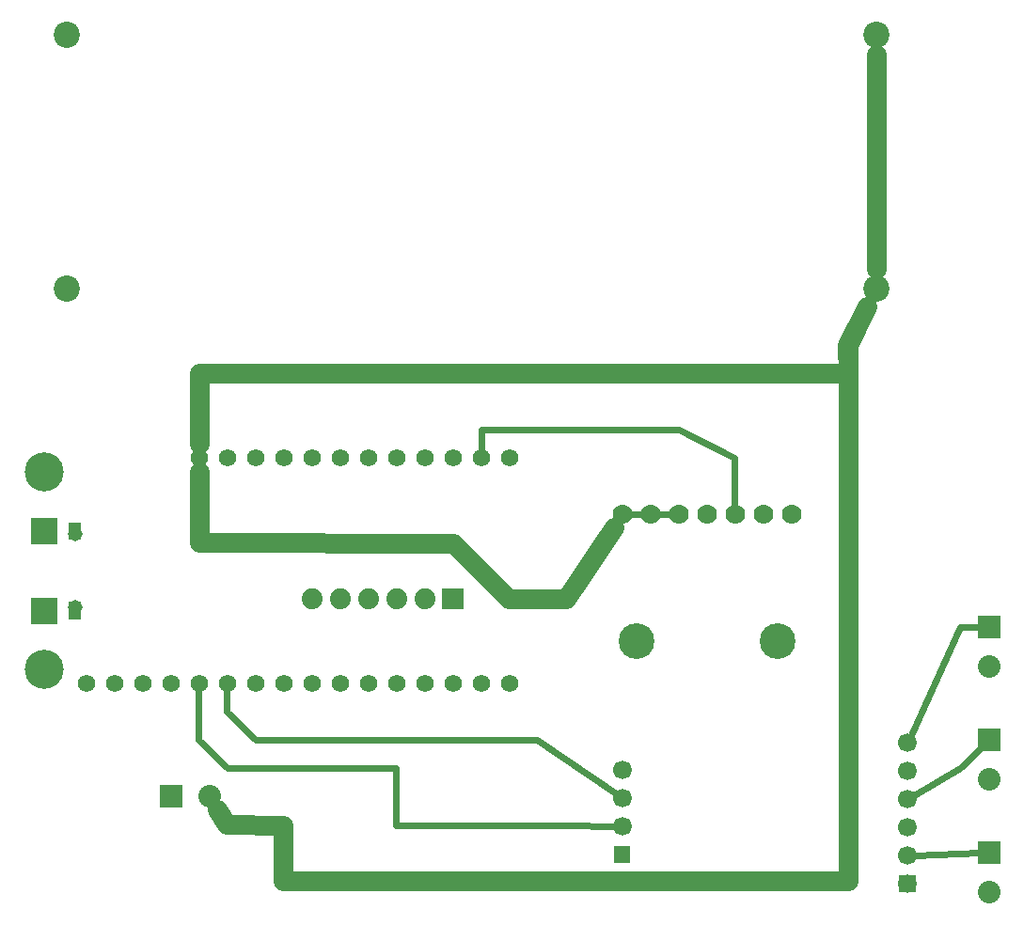
<source format=gtl>
G04 MADE WITH FRITZING*
G04 WWW.FRITZING.ORG*
G04 DOUBLE SIDED*
G04 HOLES PLATED*
G04 CONTOUR ON CENTER OF CONTOUR VECTOR*
%ASAXBY*%
%FSLAX23Y23*%
%MOIN*%
%OFA0B0*%
%SFA1.0B1.0*%
%ADD10C,0.066555*%
%ADD11C,0.049194*%
%ADD12C,0.074000*%
%ADD13C,0.126614*%
%ADD14C,0.070000*%
%ADD15C,0.080000*%
%ADD16C,0.093000*%
%ADD17C,0.138425*%
%ADD18C,0.095000*%
%ADD19C,0.051496*%
%ADD20C,0.062000*%
%ADD21R,0.080000X0.080000*%
%ADD22R,0.095000X0.095000*%
%ADD23C,0.024000*%
%ADD24R,0.001000X0.001000*%
%LNCOPPER1*%
G90*
G70*
G54D10*
X3247Y264D03*
X3247Y364D03*
X3247Y464D03*
X3247Y564D03*
X3247Y664D03*
X3247Y164D03*
X2235Y367D03*
X2235Y467D03*
G54D11*
X2235Y267D03*
G54D10*
X2235Y567D03*
G54D12*
X1635Y1173D03*
X1535Y1173D03*
X1435Y1173D03*
X1335Y1173D03*
X1235Y1173D03*
X1135Y1173D03*
X1635Y1173D03*
X1535Y1173D03*
X1435Y1173D03*
X1335Y1173D03*
X1235Y1173D03*
X1135Y1173D03*
X1635Y1173D03*
X1535Y1173D03*
X1435Y1173D03*
X1335Y1173D03*
X1235Y1173D03*
X1135Y1173D03*
G54D13*
X2785Y1023D03*
G54D14*
X2235Y1473D03*
X2335Y1473D03*
X2435Y1473D03*
X2535Y1473D03*
X2635Y1473D03*
X2735Y1473D03*
X2835Y1473D03*
G54D13*
X2285Y1023D03*
X2785Y1023D03*
G54D14*
X2235Y1473D03*
X2335Y1473D03*
X2435Y1473D03*
X2535Y1473D03*
X2635Y1473D03*
X2735Y1473D03*
X2835Y1473D03*
G54D13*
X2285Y1023D03*
G54D15*
X3535Y1073D03*
X3535Y935D03*
X3535Y1073D03*
X3535Y935D03*
X3535Y673D03*
X3535Y535D03*
X3535Y673D03*
X3535Y535D03*
X3535Y273D03*
X3535Y135D03*
X3535Y273D03*
X3535Y135D03*
X635Y473D03*
X772Y473D03*
X635Y473D03*
X772Y473D03*
G54D16*
X266Y3173D03*
X3135Y3173D03*
X266Y2273D03*
X3135Y2273D03*
G54D17*
X185Y923D03*
G54D18*
X185Y1414D03*
G54D19*
X295Y1403D03*
G54D20*
X1835Y873D03*
X1735Y873D03*
X1635Y873D03*
X1535Y873D03*
X1435Y873D03*
X1335Y873D03*
X1235Y873D03*
X1135Y873D03*
X1035Y873D03*
G54D17*
X185Y1623D03*
G54D20*
X935Y873D03*
X835Y873D03*
X735Y873D03*
X635Y873D03*
X535Y873D03*
X435Y873D03*
X335Y873D03*
X735Y1673D03*
X835Y1673D03*
X935Y1673D03*
X1035Y1673D03*
X1135Y1673D03*
X1235Y1673D03*
X1335Y1673D03*
X1435Y1673D03*
X1535Y1673D03*
X1635Y1673D03*
X1735Y1673D03*
X1835Y1673D03*
G54D19*
X295Y1143D03*
G54D18*
X185Y1131D03*
G54D21*
X3535Y1073D03*
X3535Y1073D03*
X3535Y673D03*
X3535Y673D03*
X3535Y273D03*
X3535Y273D03*
X635Y473D03*
X635Y473D03*
G54D22*
X185Y1414D03*
X185Y1131D03*
G54D23*
X2034Y371D02*
X1434Y371D01*
D02*
X3434Y572D02*
X3513Y651D01*
D02*
X3274Y265D02*
X3503Y272D01*
D02*
X3270Y478D02*
X3434Y572D01*
D02*
X1434Y371D02*
X1434Y574D01*
D02*
X1434Y574D02*
X835Y574D01*
D02*
X835Y574D02*
X734Y673D01*
D02*
X734Y673D02*
X734Y844D01*
D02*
X2208Y368D02*
X2034Y371D01*
D02*
X3434Y1073D02*
X3503Y1073D01*
D02*
X2633Y1672D02*
X2634Y1503D01*
D02*
X2436Y1773D02*
X2633Y1672D01*
D02*
X1735Y1773D02*
X2436Y1773D01*
D02*
X1735Y1701D02*
X1735Y1773D01*
D02*
X3258Y689D02*
X3434Y1073D01*
D02*
X1934Y673D02*
X2212Y482D01*
D02*
X935Y673D02*
X1934Y673D01*
D02*
X834Y774D02*
X935Y673D01*
D02*
X834Y844D02*
X834Y774D01*
G54D14*
D02*
X3035Y174D02*
X2135Y174D01*
D02*
X3036Y2072D02*
X3035Y174D01*
D02*
X834Y372D02*
X800Y427D01*
D02*
X1034Y371D02*
X834Y372D01*
D02*
X1033Y174D02*
X1034Y371D01*
D02*
X2135Y174D02*
X1033Y174D01*
D02*
X3104Y2210D02*
X3036Y2072D01*
D02*
X735Y1372D02*
X735Y1622D01*
D02*
X2035Y1173D02*
X1833Y1173D01*
D02*
X1635Y1371D02*
X735Y1372D01*
D02*
X1833Y1173D02*
X1635Y1371D01*
D02*
X2205Y1428D02*
X2035Y1173D01*
D02*
X3033Y2073D02*
X3035Y1974D01*
D02*
X3035Y1974D02*
X736Y1974D01*
D02*
X736Y1974D02*
X735Y1724D01*
D02*
X3103Y2210D02*
X3033Y2073D01*
D02*
X3135Y2342D02*
X3135Y3103D01*
G54D23*
D02*
X2304Y1473D02*
X2265Y1473D01*
D02*
X2404Y1473D02*
X2365Y1473D01*
G54D24*
X274Y1444D02*
X315Y1444D01*
X274Y1443D02*
X315Y1443D01*
X274Y1442D02*
X315Y1442D01*
X274Y1441D02*
X315Y1441D01*
X274Y1440D02*
X315Y1440D01*
X274Y1439D02*
X315Y1439D01*
X274Y1438D02*
X315Y1438D01*
X274Y1437D02*
X315Y1437D01*
X274Y1436D02*
X315Y1436D01*
X274Y1435D02*
X315Y1435D01*
X274Y1434D02*
X315Y1434D01*
X274Y1433D02*
X315Y1433D01*
X274Y1432D02*
X315Y1432D01*
X274Y1431D02*
X315Y1431D01*
X274Y1430D02*
X315Y1430D01*
X274Y1429D02*
X315Y1429D01*
X274Y1428D02*
X315Y1428D01*
X274Y1427D02*
X315Y1427D01*
X274Y1426D02*
X315Y1426D01*
X274Y1425D02*
X315Y1425D01*
X274Y1424D02*
X315Y1424D01*
X274Y1423D02*
X289Y1423D01*
X300Y1423D02*
X315Y1423D01*
X274Y1422D02*
X286Y1422D01*
X303Y1422D02*
X315Y1422D01*
X274Y1421D02*
X284Y1421D01*
X305Y1421D02*
X315Y1421D01*
X274Y1420D02*
X282Y1420D01*
X307Y1420D02*
X315Y1420D01*
X274Y1419D02*
X281Y1419D01*
X308Y1419D02*
X315Y1419D01*
X274Y1418D02*
X280Y1418D01*
X309Y1418D02*
X315Y1418D01*
X274Y1417D02*
X279Y1417D01*
X310Y1417D02*
X315Y1417D01*
X274Y1416D02*
X278Y1416D01*
X311Y1416D02*
X315Y1416D01*
X274Y1415D02*
X277Y1415D01*
X312Y1415D02*
X315Y1415D01*
X274Y1414D02*
X276Y1414D01*
X313Y1414D02*
X315Y1414D01*
X274Y1413D02*
X276Y1413D01*
X313Y1413D02*
X315Y1413D01*
X274Y1412D02*
X275Y1412D01*
X314Y1412D02*
X315Y1412D01*
X274Y1411D02*
X275Y1411D01*
X314Y1411D02*
X315Y1411D01*
X274Y1410D02*
X275Y1410D01*
X314Y1410D02*
X315Y1410D01*
X274Y1409D02*
X274Y1409D01*
X315Y1409D02*
X315Y1409D01*
X274Y1408D02*
X274Y1408D01*
X315Y1408D02*
X315Y1408D01*
X274Y1398D02*
X274Y1398D01*
X315Y1398D02*
X315Y1398D01*
X274Y1397D02*
X274Y1397D01*
X315Y1397D02*
X315Y1397D01*
X274Y1396D02*
X275Y1396D01*
X314Y1396D02*
X315Y1396D01*
X274Y1395D02*
X275Y1395D01*
X314Y1395D02*
X315Y1395D01*
X274Y1394D02*
X275Y1394D01*
X314Y1394D02*
X315Y1394D01*
X274Y1393D02*
X276Y1393D01*
X313Y1393D02*
X315Y1393D01*
X274Y1392D02*
X276Y1392D01*
X313Y1392D02*
X315Y1392D01*
X274Y1391D02*
X277Y1391D01*
X312Y1391D02*
X315Y1391D01*
X274Y1390D02*
X278Y1390D01*
X311Y1390D02*
X315Y1390D01*
X274Y1389D02*
X279Y1389D01*
X310Y1389D02*
X315Y1389D01*
X274Y1388D02*
X280Y1388D01*
X309Y1388D02*
X315Y1388D01*
X274Y1387D02*
X281Y1387D01*
X308Y1387D02*
X315Y1387D01*
X274Y1386D02*
X282Y1386D01*
X307Y1386D02*
X315Y1386D01*
X274Y1385D02*
X284Y1385D01*
X305Y1385D02*
X315Y1385D01*
X274Y1384D02*
X286Y1384D01*
X303Y1384D02*
X315Y1384D01*
X274Y1383D02*
X289Y1383D01*
X300Y1383D02*
X315Y1383D01*
X1598Y1210D02*
X1670Y1210D01*
X1598Y1209D02*
X1671Y1209D01*
X1598Y1208D02*
X1671Y1208D01*
X1598Y1207D02*
X1671Y1207D01*
X1598Y1206D02*
X1671Y1206D01*
X1598Y1205D02*
X1671Y1205D01*
X1598Y1204D02*
X1671Y1204D01*
X1598Y1203D02*
X1671Y1203D01*
X1598Y1202D02*
X1671Y1202D01*
X1598Y1201D02*
X1671Y1201D01*
X1598Y1200D02*
X1671Y1200D01*
X1598Y1199D02*
X1671Y1199D01*
X1598Y1198D02*
X1671Y1198D01*
X1598Y1197D02*
X1671Y1197D01*
X1598Y1196D02*
X1671Y1196D01*
X1598Y1195D02*
X1671Y1195D01*
X1598Y1194D02*
X1671Y1194D01*
X1598Y1193D02*
X1633Y1193D01*
X1635Y1193D02*
X1671Y1193D01*
X1598Y1192D02*
X1627Y1192D01*
X1641Y1192D02*
X1671Y1192D01*
X1598Y1191D02*
X1625Y1191D01*
X1643Y1191D02*
X1671Y1191D01*
X1598Y1190D02*
X1623Y1190D01*
X1645Y1190D02*
X1671Y1190D01*
X1598Y1189D02*
X1621Y1189D01*
X1647Y1189D02*
X1671Y1189D01*
X1598Y1188D02*
X1620Y1188D01*
X1648Y1188D02*
X1671Y1188D01*
X1598Y1187D02*
X1619Y1187D01*
X1649Y1187D02*
X1671Y1187D01*
X1598Y1186D02*
X1618Y1186D01*
X1650Y1186D02*
X1671Y1186D01*
X1598Y1185D02*
X1618Y1185D01*
X1650Y1185D02*
X1671Y1185D01*
X1598Y1184D02*
X1617Y1184D01*
X1651Y1184D02*
X1671Y1184D01*
X1598Y1183D02*
X1616Y1183D01*
X1652Y1183D02*
X1671Y1183D01*
X1598Y1182D02*
X1616Y1182D01*
X1652Y1182D02*
X1671Y1182D01*
X1598Y1181D02*
X1615Y1181D01*
X1653Y1181D02*
X1671Y1181D01*
X1598Y1180D02*
X1615Y1180D01*
X1653Y1180D02*
X1671Y1180D01*
X1598Y1179D02*
X1614Y1179D01*
X1654Y1179D02*
X1671Y1179D01*
X1598Y1178D02*
X1614Y1178D01*
X1654Y1178D02*
X1671Y1178D01*
X1598Y1177D02*
X1614Y1177D01*
X1654Y1177D02*
X1671Y1177D01*
X1598Y1176D02*
X1614Y1176D01*
X1654Y1176D02*
X1671Y1176D01*
X1598Y1175D02*
X1614Y1175D01*
X1654Y1175D02*
X1671Y1175D01*
X1598Y1174D02*
X1614Y1174D01*
X1654Y1174D02*
X1671Y1174D01*
X1598Y1173D02*
X1614Y1173D01*
X1654Y1173D02*
X1671Y1173D01*
X1598Y1172D02*
X1614Y1172D01*
X1654Y1172D02*
X1671Y1172D01*
X1598Y1171D02*
X1614Y1171D01*
X1654Y1171D02*
X1671Y1171D01*
X1598Y1170D02*
X1614Y1170D01*
X1654Y1170D02*
X1671Y1170D01*
X1598Y1169D02*
X1614Y1169D01*
X1654Y1169D02*
X1671Y1169D01*
X1598Y1168D02*
X1614Y1168D01*
X1654Y1168D02*
X1671Y1168D01*
X1598Y1167D02*
X1615Y1167D01*
X1653Y1167D02*
X1671Y1167D01*
X1598Y1166D02*
X1615Y1166D01*
X1653Y1166D02*
X1671Y1166D01*
X1598Y1165D02*
X1615Y1165D01*
X1653Y1165D02*
X1671Y1165D01*
X1598Y1164D02*
X1616Y1164D01*
X1652Y1164D02*
X1671Y1164D01*
X274Y1163D02*
X288Y1163D01*
X301Y1163D02*
X315Y1163D01*
X1598Y1163D02*
X1616Y1163D01*
X1652Y1163D02*
X1671Y1163D01*
X274Y1162D02*
X285Y1162D01*
X304Y1162D02*
X315Y1162D01*
X1598Y1162D02*
X1617Y1162D01*
X1651Y1162D02*
X1671Y1162D01*
X274Y1161D02*
X284Y1161D01*
X305Y1161D02*
X315Y1161D01*
X1598Y1161D02*
X1618Y1161D01*
X1650Y1161D02*
X1671Y1161D01*
X274Y1160D02*
X282Y1160D01*
X307Y1160D02*
X315Y1160D01*
X1598Y1160D02*
X1619Y1160D01*
X1650Y1160D02*
X1671Y1160D01*
X274Y1159D02*
X281Y1159D01*
X308Y1159D02*
X315Y1159D01*
X1598Y1159D02*
X1619Y1159D01*
X1649Y1159D02*
X1671Y1159D01*
X274Y1158D02*
X280Y1158D01*
X309Y1158D02*
X315Y1158D01*
X1598Y1158D02*
X1621Y1158D01*
X1647Y1158D02*
X1671Y1158D01*
X274Y1157D02*
X279Y1157D01*
X310Y1157D02*
X315Y1157D01*
X1598Y1157D02*
X1622Y1157D01*
X1646Y1157D02*
X1671Y1157D01*
X274Y1156D02*
X278Y1156D01*
X311Y1156D02*
X315Y1156D01*
X1598Y1156D02*
X1623Y1156D01*
X1645Y1156D02*
X1671Y1156D01*
X274Y1155D02*
X277Y1155D01*
X312Y1155D02*
X315Y1155D01*
X1598Y1155D02*
X1625Y1155D01*
X1643Y1155D02*
X1671Y1155D01*
X274Y1154D02*
X276Y1154D01*
X313Y1154D02*
X315Y1154D01*
X1598Y1154D02*
X1628Y1154D01*
X1640Y1154D02*
X1671Y1154D01*
X274Y1153D02*
X276Y1153D01*
X313Y1153D02*
X315Y1153D01*
X1598Y1153D02*
X1671Y1153D01*
X274Y1152D02*
X275Y1152D01*
X314Y1152D02*
X315Y1152D01*
X1598Y1152D02*
X1671Y1152D01*
X274Y1151D02*
X275Y1151D01*
X314Y1151D02*
X315Y1151D01*
X1598Y1151D02*
X1671Y1151D01*
X274Y1150D02*
X274Y1150D01*
X314Y1150D02*
X315Y1150D01*
X1598Y1150D02*
X1671Y1150D01*
X274Y1149D02*
X274Y1149D01*
X315Y1149D02*
X315Y1149D01*
X1598Y1149D02*
X1671Y1149D01*
X274Y1148D02*
X274Y1148D01*
X315Y1148D02*
X315Y1148D01*
X1598Y1148D02*
X1671Y1148D01*
X1598Y1147D02*
X1671Y1147D01*
X1598Y1146D02*
X1671Y1146D01*
X1598Y1145D02*
X1671Y1145D01*
X1598Y1144D02*
X1671Y1144D01*
X1598Y1143D02*
X1671Y1143D01*
X1598Y1142D02*
X1671Y1142D01*
X1598Y1141D02*
X1671Y1141D01*
X1598Y1140D02*
X1671Y1140D01*
X1598Y1139D02*
X1671Y1139D01*
X274Y1138D02*
X274Y1138D01*
X315Y1138D02*
X315Y1138D01*
X1598Y1138D02*
X1671Y1138D01*
X274Y1137D02*
X274Y1137D01*
X315Y1137D02*
X315Y1137D01*
X1598Y1137D02*
X1671Y1137D01*
X274Y1136D02*
X275Y1136D01*
X314Y1136D02*
X315Y1136D01*
X274Y1135D02*
X275Y1135D01*
X314Y1135D02*
X315Y1135D01*
X274Y1134D02*
X275Y1134D01*
X314Y1134D02*
X315Y1134D01*
X274Y1133D02*
X276Y1133D01*
X313Y1133D02*
X315Y1133D01*
X274Y1132D02*
X277Y1132D01*
X312Y1132D02*
X315Y1132D01*
X274Y1131D02*
X277Y1131D01*
X312Y1131D02*
X315Y1131D01*
X274Y1130D02*
X278Y1130D01*
X311Y1130D02*
X315Y1130D01*
X274Y1129D02*
X279Y1129D01*
X310Y1129D02*
X315Y1129D01*
X274Y1128D02*
X280Y1128D01*
X309Y1128D02*
X315Y1128D01*
X274Y1127D02*
X281Y1127D01*
X308Y1127D02*
X315Y1127D01*
X274Y1126D02*
X282Y1126D01*
X307Y1126D02*
X315Y1126D01*
X274Y1125D02*
X284Y1125D01*
X305Y1125D02*
X315Y1125D01*
X274Y1124D02*
X286Y1124D01*
X303Y1124D02*
X315Y1124D01*
X274Y1123D02*
X289Y1123D01*
X300Y1123D02*
X315Y1123D01*
X274Y1122D02*
X315Y1122D01*
X274Y1121D02*
X315Y1121D01*
X274Y1120D02*
X315Y1120D01*
X274Y1119D02*
X315Y1119D01*
X274Y1118D02*
X315Y1118D01*
X274Y1117D02*
X315Y1117D01*
X274Y1116D02*
X315Y1116D01*
X274Y1115D02*
X315Y1115D01*
X274Y1114D02*
X315Y1114D01*
X274Y1113D02*
X315Y1113D01*
X274Y1112D02*
X315Y1112D01*
X274Y1111D02*
X315Y1111D01*
X274Y1110D02*
X315Y1110D01*
X274Y1109D02*
X315Y1109D01*
X274Y1108D02*
X315Y1108D01*
X274Y1107D02*
X315Y1107D01*
X274Y1106D02*
X315Y1106D01*
X274Y1105D02*
X315Y1105D01*
X274Y1104D02*
X315Y1104D01*
X274Y1103D02*
X315Y1103D01*
X274Y1102D02*
X315Y1102D01*
X2205Y297D02*
X2263Y297D01*
X2205Y296D02*
X2263Y296D01*
X2205Y295D02*
X2263Y295D01*
X2205Y294D02*
X2263Y294D01*
X2205Y293D02*
X2263Y293D01*
X2205Y292D02*
X2263Y292D01*
X2205Y291D02*
X2263Y291D01*
X2205Y290D02*
X2263Y290D01*
X2205Y289D02*
X2263Y289D01*
X2205Y288D02*
X2263Y288D01*
X2205Y287D02*
X2263Y287D01*
X2205Y286D02*
X2233Y286D01*
X2235Y286D02*
X2263Y286D01*
X2205Y285D02*
X2228Y285D01*
X2240Y285D02*
X2263Y285D01*
X2205Y284D02*
X2225Y284D01*
X2243Y284D02*
X2263Y284D01*
X2205Y283D02*
X2223Y283D01*
X2245Y283D02*
X2263Y283D01*
X2205Y282D02*
X2222Y282D01*
X2246Y282D02*
X2263Y282D01*
X2205Y281D02*
X2221Y281D01*
X2247Y281D02*
X2263Y281D01*
X2205Y280D02*
X2220Y280D01*
X2248Y280D02*
X2263Y280D01*
X2205Y279D02*
X2219Y279D01*
X2249Y279D02*
X2263Y279D01*
X2205Y278D02*
X2218Y278D01*
X2250Y278D02*
X2263Y278D01*
X2205Y277D02*
X2218Y277D01*
X2250Y277D02*
X2263Y277D01*
X2205Y276D02*
X2217Y276D01*
X2251Y276D02*
X2263Y276D01*
X2205Y275D02*
X2217Y275D01*
X2251Y275D02*
X2263Y275D01*
X2205Y274D02*
X2216Y274D01*
X2252Y274D02*
X2263Y274D01*
X2205Y273D02*
X2216Y273D01*
X2252Y273D02*
X2263Y273D01*
X2205Y272D02*
X2216Y272D01*
X2252Y272D02*
X2263Y272D01*
X2205Y271D02*
X2215Y271D01*
X2253Y271D02*
X2263Y271D01*
X2205Y270D02*
X2215Y270D01*
X2253Y270D02*
X2263Y270D01*
X2205Y269D02*
X2215Y269D01*
X2253Y269D02*
X2263Y269D01*
X2205Y268D02*
X2215Y268D01*
X2253Y268D02*
X2263Y268D01*
X2205Y267D02*
X2215Y267D01*
X2253Y267D02*
X2263Y267D01*
X2205Y266D02*
X2215Y266D01*
X2253Y266D02*
X2263Y266D01*
X2205Y265D02*
X2215Y265D01*
X2253Y265D02*
X2263Y265D01*
X2205Y264D02*
X2215Y264D01*
X2253Y264D02*
X2263Y264D01*
X2205Y263D02*
X2216Y263D01*
X2252Y263D02*
X2263Y263D01*
X2205Y262D02*
X2216Y262D01*
X2252Y262D02*
X2263Y262D01*
X2205Y261D02*
X2216Y261D01*
X2252Y261D02*
X2263Y261D01*
X2205Y260D02*
X2217Y260D01*
X2251Y260D02*
X2263Y260D01*
X2205Y259D02*
X2217Y259D01*
X2251Y259D02*
X2263Y259D01*
X2205Y258D02*
X2218Y258D01*
X2250Y258D02*
X2263Y258D01*
X2205Y257D02*
X2218Y257D01*
X2250Y257D02*
X2263Y257D01*
X2205Y256D02*
X2219Y256D01*
X2249Y256D02*
X2263Y256D01*
X2205Y255D02*
X2220Y255D01*
X2248Y255D02*
X2263Y255D01*
X2205Y254D02*
X2221Y254D01*
X2247Y254D02*
X2263Y254D01*
X2205Y253D02*
X2222Y253D01*
X2246Y253D02*
X2263Y253D01*
X2205Y252D02*
X2223Y252D01*
X2245Y252D02*
X2263Y252D01*
X2205Y251D02*
X2225Y251D01*
X2243Y251D02*
X2263Y251D01*
X2205Y250D02*
X2228Y250D01*
X2240Y250D02*
X2263Y250D01*
X2205Y249D02*
X2263Y249D01*
X2205Y248D02*
X2263Y248D01*
X2205Y247D02*
X2263Y247D01*
X2205Y246D02*
X2263Y246D01*
X2205Y245D02*
X2263Y245D01*
X2205Y244D02*
X2263Y244D01*
X2205Y243D02*
X2263Y243D01*
X2205Y242D02*
X2263Y242D01*
X2205Y241D02*
X2263Y241D01*
X2205Y240D02*
X2263Y240D01*
X2205Y239D02*
X2263Y239D01*
X2205Y238D02*
X2263Y238D01*
X3217Y194D02*
X3276Y194D01*
X3217Y193D02*
X3276Y193D01*
X3217Y192D02*
X3276Y192D01*
X3217Y191D02*
X3276Y191D01*
X3217Y190D02*
X3276Y190D01*
X3217Y189D02*
X3276Y189D01*
X3217Y188D02*
X3276Y188D01*
X3217Y187D02*
X3276Y187D01*
X3217Y186D02*
X3276Y186D01*
X3217Y185D02*
X3276Y185D01*
X3217Y184D02*
X3276Y184D01*
X3217Y183D02*
X3243Y183D01*
X3250Y183D02*
X3276Y183D01*
X3217Y182D02*
X3239Y182D01*
X3254Y182D02*
X3276Y182D01*
X3217Y181D02*
X3237Y181D01*
X3256Y181D02*
X3276Y181D01*
X3217Y180D02*
X3235Y180D01*
X3257Y180D02*
X3276Y180D01*
X3217Y179D02*
X3234Y179D01*
X3259Y179D02*
X3276Y179D01*
X3217Y178D02*
X3233Y178D01*
X3260Y178D02*
X3276Y178D01*
X3217Y177D02*
X3232Y177D01*
X3261Y177D02*
X3276Y177D01*
X3217Y176D02*
X3231Y176D01*
X3262Y176D02*
X3276Y176D01*
X3217Y175D02*
X3231Y175D01*
X3262Y175D02*
X3276Y175D01*
X3217Y174D02*
X3230Y174D01*
X3263Y174D02*
X3276Y174D01*
X3217Y173D02*
X3229Y173D01*
X3263Y173D02*
X3276Y173D01*
X3217Y172D02*
X3229Y172D01*
X3264Y172D02*
X3276Y172D01*
X3217Y171D02*
X3229Y171D01*
X3264Y171D02*
X3276Y171D01*
X3217Y170D02*
X3228Y170D01*
X3265Y170D02*
X3276Y170D01*
X3217Y169D02*
X3228Y169D01*
X3265Y169D02*
X3276Y169D01*
X3217Y168D02*
X3228Y168D01*
X3265Y168D02*
X3276Y168D01*
X3217Y167D02*
X3228Y167D01*
X3265Y167D02*
X3276Y167D01*
X3217Y166D02*
X3228Y166D01*
X3265Y166D02*
X3276Y166D01*
X3217Y165D02*
X3227Y165D01*
X3265Y165D02*
X3276Y165D01*
X3217Y164D02*
X3227Y164D01*
X3265Y164D02*
X3276Y164D01*
X3217Y163D02*
X3228Y163D01*
X3265Y163D02*
X3276Y163D01*
X3217Y162D02*
X3228Y162D01*
X3265Y162D02*
X3276Y162D01*
X3217Y161D02*
X3228Y161D01*
X3265Y161D02*
X3276Y161D01*
X3217Y160D02*
X3228Y160D01*
X3265Y160D02*
X3276Y160D01*
X3217Y159D02*
X3228Y159D01*
X3264Y159D02*
X3276Y159D01*
X3217Y158D02*
X3229Y158D01*
X3264Y158D02*
X3276Y158D01*
X3217Y157D02*
X3229Y157D01*
X3264Y157D02*
X3276Y157D01*
X3217Y156D02*
X3230Y156D01*
X3263Y156D02*
X3276Y156D01*
X3217Y155D02*
X3230Y155D01*
X3263Y155D02*
X3276Y155D01*
X3217Y154D02*
X3231Y154D01*
X3262Y154D02*
X3276Y154D01*
X3217Y153D02*
X3232Y153D01*
X3261Y153D02*
X3276Y153D01*
X3217Y152D02*
X3233Y152D01*
X3260Y152D02*
X3276Y152D01*
X3217Y151D02*
X3234Y151D01*
X3259Y151D02*
X3276Y151D01*
X3217Y150D02*
X3235Y150D01*
X3258Y150D02*
X3276Y150D01*
X3217Y149D02*
X3236Y149D01*
X3257Y149D02*
X3276Y149D01*
X3217Y148D02*
X3238Y148D01*
X3255Y148D02*
X3276Y148D01*
X3217Y147D02*
X3241Y147D01*
X3252Y147D02*
X3276Y147D01*
X3217Y146D02*
X3276Y146D01*
X3217Y145D02*
X3276Y145D01*
X3217Y144D02*
X3276Y144D01*
X3217Y143D02*
X3276Y143D01*
X3217Y142D02*
X3276Y142D01*
X3217Y141D02*
X3276Y141D01*
X3217Y140D02*
X3276Y140D01*
X3217Y139D02*
X3276Y139D01*
X3217Y138D02*
X3276Y138D01*
X3217Y137D02*
X3276Y137D01*
X3217Y136D02*
X3276Y136D01*
X3218Y135D02*
X3275Y135D01*
D02*
G04 End of Copper1*
M02*
</source>
